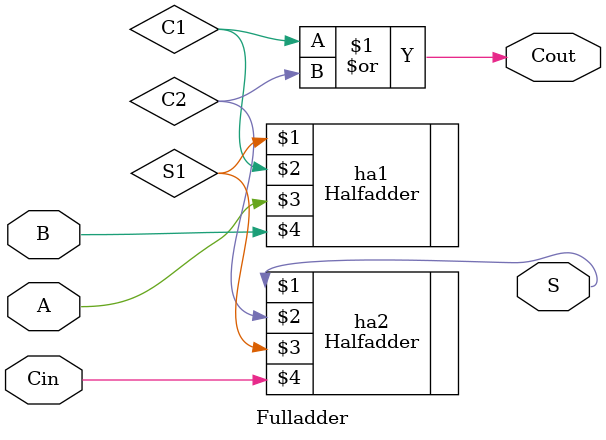
<source format=v>
module Fulladder(S,Cout,A,B,Cin);
input A,B,Cin;
output S,Cout;
Halfadder ha1(S1,C1,A,B);
Halfadder ha2(S,C2,S1,Cin);
or(Cout,C1,C2);
endmodule
</source>
